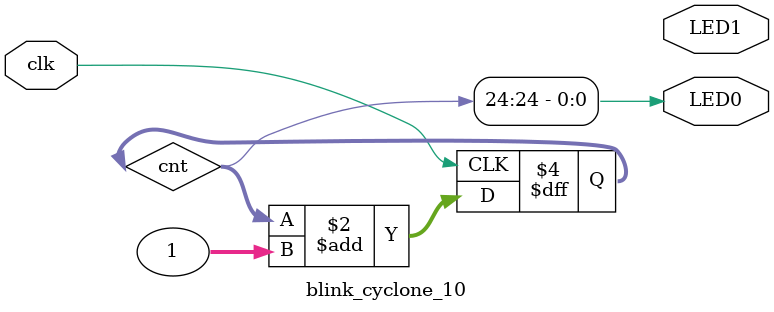
<source format=v>
module blink_cyclone_10 (
    input wire clk, // 50MHz input clock
    output wire LED0, // LED ouput
    output wire LED1 // LED ouput
);
// create a binary counter
reg [31:0] cnt;
initial begin
    cnt <= 32'h00000000;
end
always @(posedge clk) begin
    cnt <= cnt + 1;
end
//assign LED to 25th bit of the counter to blink the LED at a few Hz
assign LED0 = cnt[24];
endmodule

</source>
